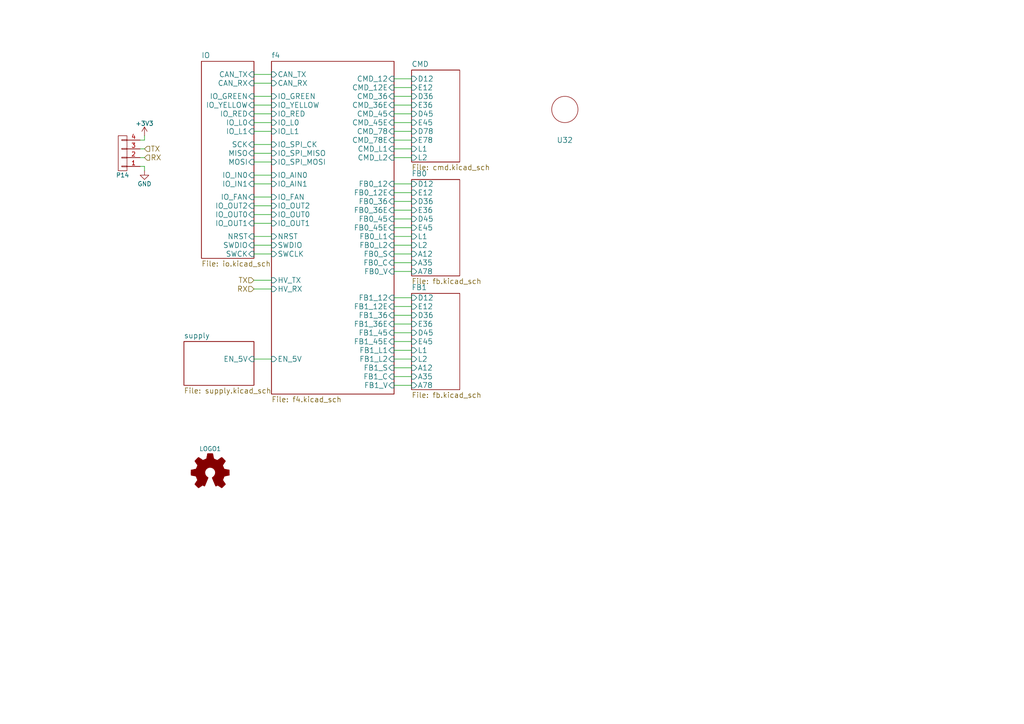
<source format=kicad_sch>
(kicad_sch (version 20211123) (generator eeschema)
  (paper "A4")
  (lib_symbols
    (symbol "stmbl_4.0-rescue:+3.3V-stmbl" (power) (pin_names (offset 0))
      (property "Value" "+3.3V-stmbl" (at 0 3.556 0))
      (symbol "+3.3V-stmbl_0_1"
        (polyline (pts (xy -0.762 1.27) (xy 0 2.54)))
        (polyline (pts (xy 0 0) (xy 0 2.54)))
        (polyline (pts (xy 0 2.54) (xy 0.762 1.27)))
      )
      (symbol "+3.3V-stmbl_1_1"
        (pin power_in line (at 0 0 90) (length 0) hide (name "+3V3") (number "1"))
      )
    )
    (symbol "stmbl_4.0-rescue:CONN_01X04-stmbl" (pin_names (offset 1.016) hide)
      (property "Reference" "P" (at 0 6.35 0))
      (property "Value" "CONN_01X04-stmbl" (at 2.54 0 90))
      (symbol "CONN_01X04-stmbl_0_1"
        (rectangle (start -1.27 -3.683) (end 0.254 -3.937))
        (rectangle (start -1.27 -1.143) (end 0.254 -1.397))
        (rectangle (start -1.27 1.397) (end 0.254 1.143))
        (rectangle (start -1.27 3.937) (end 0.254 3.683))
        (rectangle (start -1.27 5.08) (end 1.27 -5.08))
      )
      (symbol "CONN_01X04-stmbl_1_1"
        (pin passive line (at -5.08 3.81 0) (length 3.81) (name "P1") (number "1"))
        (pin passive line (at -5.08 1.27 0) (length 3.81) (name "P2") (number "2"))
        (pin passive line (at -5.08 -1.27 0) (length 3.81) (name "P3") (number "3"))
        (pin passive line (at -5.08 -3.81 0) (length 3.81) (name "P4") (number "4"))
      )
    )
    (symbol "stmbl_4.0-rescue:GND-stmbl" (power) (pin_names (offset 0))
      (property "Value" "GND-stmbl" (at 0 -3.81 0))
      (symbol "GND-stmbl_0_1"
        (polyline (pts (xy 0 0) (xy 0 -1.27) (xy 1.27 -1.27) (xy 0 -2.54) (xy -1.27 -1.27) (xy 0 -1.27)))
      )
      (symbol "GND-stmbl_1_1"
        (pin power_in line (at 0 0 270) (length 0) hide (name "GND") (number "1"))
      )
    )
    (symbol "stmbl_4.0-rescue:OPEN_HARDWARE_1-stmbl" (pin_names (offset 1.016))
      (property "Reference" "LOGO" (at 0 6.985 0))
      (property "Value" "OPEN_HARDWARE_1-stmbl" (at 0 -5.715 0))
      (symbol "OPEN_HARDWARE_1-stmbl_0_1"
        (polyline (pts (xy 3.3528 -4.3434) (xy 3.302 -4.318) (xy 3.175 -4.2418) (xy 2.9972 -4.1148) (xy 2.7686 -3.9624) (xy 2.54 -3.81) (xy 2.3622 -3.7084) (xy 2.2352 -3.6068) (xy 2.1844 -3.5814) (xy 2.159 -3.6068) (xy 2.0574 -3.6576) (xy 1.905 -3.7338) (xy 1.8034 -3.7846) (xy 1.6764 -3.8354) (xy 1.6002 -3.8354) (xy 1.6002 -3.8354) (xy 1.5494 -3.7338) (xy 1.4732 -3.5306) (xy 1.3462 -3.302) (xy 1.2446 -3.0226) (xy 1.1176 -2.7178) (xy 0.9652 -2.413) (xy 0.8636 -2.1082) (xy 0.7366 -1.8288) (xy 0.6604 -1.6256) (xy 0.6096 -1.4732) (xy 0.5842 -1.397) (xy 0.5842 -1.397) (xy 0.6604 -1.3208) (xy 0.7874 -1.2446) (xy 1.0414 -1.016) (xy 1.2954 -0.6858) (xy 1.4478 -0.3302) (xy 1.524 0.0762) (xy 1.4732 0.4572) (xy 1.3208 0.8128) (xy 1.0668 1.143) (xy 0.762 1.3716) (xy 0.4064 1.524) (xy 0 1.5748) (xy -0.381 1.5494) (xy -0.7366 1.397) (xy -1.0668 1.143) (xy -1.2192 0.9906) (xy -1.397 0.6604) (xy -1.524 0.3048) (xy -1.524 0.2286) (xy -1.4986 -0.1778) (xy -1.397 -0.5334) (xy -1.1938 -0.8636) (xy -0.9144 -1.143) (xy -0.8636 -1.1684) (xy -0.7366 -1.27) (xy -0.635 -1.3462) (xy -0.5842 -1.397) (xy -1.0668 -2.5908) (xy -1.143 -2.794) (xy -1.2954 -3.1242) (xy -1.397 -3.4036) (xy -1.4986 -3.6322) (xy -1.5748 -3.7846) (xy -1.6002 -3.8354) (xy -1.6002 -3.8354) (xy -1.651 -3.8354) (xy -1.7272 -3.81) (xy -1.905 -3.7338) (xy -2.0066 -3.683) (xy -2.1336 -3.6068) (xy -2.2098 -3.5814) (xy -2.2606 -3.6068) (xy -2.3622 -3.683) (xy -2.54 -3.81) (xy -2.7686 -3.9624) (xy -2.9718 -4.0894) (xy -3.1496 -4.2164) (xy -3.302 -4.318) (xy -3.3528 -4.3434) (xy -3.3782 -4.3434) (xy -3.429 -4.318) (xy -3.5306 -4.2164) (xy -3.7084 -4.064) (xy -3.937 -3.8354) (xy -3.9624 -3.81) (xy -4.1656 -3.6068) (xy -4.318 -3.4544) (xy -4.4196 -3.3274) (xy -4.445 -3.2766) (xy -4.445 -3.2766) (xy -4.4196 -3.2258) (xy -4.318 -3.0734) (xy -4.2164 -2.8956) (xy -4.064 -2.667) (xy -3.6576 -2.0828) (xy -3.8862 -1.5494) (xy -3.937 -1.3716) (xy -4.0386 -1.1684) (xy -4.0894 -1.0414) (xy -4.1148 -0.9652) (xy -4.191 -0.9398) (xy -4.318 -0.9144) (xy -4.5466 -0.8636) (xy -4.8006 -0.8128) (xy -5.0546 -0.7874) (xy -5.2578 -0.7366) (xy -5.4356 -0.7112) (xy -5.5118 -0.6858) (xy -5.5118 -0.6858) (xy -5.5372 -0.635) (xy -5.5372 -0.5588) (xy -5.5372 -0.4318) (xy -5.5626 -0.2286) (xy -5.5626 0.0762) (xy -5.5626 0.127) (xy -5.5372 0.4064) (xy -5.5372 0.635) (xy -5.5372 0.762) (xy -5.5372 0.8382) (xy -5.5372 0.8382) (xy -5.461 0.8382) (xy -5.3086 0.889) (xy -5.08 0.9144) (xy -4.826 0.9652) (xy -4.8006 0.9906) (xy -4.5466 1.0414) (xy -4.318 1.0668) (xy -4.1656 1.1176) (xy -4.0894 1.143) (xy -4.0894 1.143) (xy -4.0386 1.2446) (xy -3.9624 1.4224) (xy -3.8608 1.6256) (xy -3.7846 1.8288) (xy -3.7084 2.0066) (xy -3.6576 2.159) (xy -3.6322 2.2098) (xy -3.6322 2.2098) (xy -3.683 2.286) (xy -3.7592 2.413) (xy -3.8862 2.5908) (xy -4.064 2.8194) (xy -4.064 2.8448) (xy -4.2164 3.0734) (xy -4.3434 3.2512) (xy -4.4196 3.3782) (xy -4.445 3.4544) (xy -4.445 3.4544) (xy -4.3942 3.5052) (xy -4.2926 3.6322) (xy -4.1148 3.81) (xy -3.937 4.0132) (xy -3.8608 4.064) (xy -3.6576 4.2926) (xy -3.5052 4.4196) (xy -3.4036 4.4958) (xy -3.3528 4.5212) (xy -3.3528 4.5212) (xy -3.302 4.4704) (xy -3.1496 4.3688) (xy -2.9718 4.2418) (xy -2.7432 4.0894) (xy -2.7178 4.0894) (xy -2.4892 3.937) (xy -2.3114 3.81) (xy -2.1844 3.7084) (xy -2.1336 3.683) (xy -2.1082 3.683) (xy -2.032 3.7084) (xy -1.8542 3.7592) (xy -1.6764 3.8354) (xy -1.4732 3.937) (xy -1.27 4.0132) (xy -1.143 4.064) (xy -1.0668 4.1148) (xy -1.0668 4.1148) (xy -1.0414 4.191) (xy -1.016 4.3434) (xy -0.9652 4.572) (xy -0.9144 4.8514) (xy -0.889 4.9022) (xy -0.8382 5.1562) (xy -0.8128 5.3848) (xy -0.7874 5.5372) (xy -0.762 5.588) (xy -0.7112 5.6134) (xy -0.5842 5.6134) (xy -0.4064 5.6134) (xy -0.1524 5.6134) (xy 0.0762 5.6134) (xy 0.3302 5.6134) (xy 0.5334 5.6134) (xy 0.6858 5.588) (xy 0.7366 5.588) (xy 0.7366 5.588) (xy 0.762 5.5118) (xy 0.8128 5.334) (xy 0.8382 5.1054) (xy 0.9144 4.826) (xy 0.9144 4.7752) (xy 0.9652 4.5212) (xy 1.016 4.2926) (xy 1.0414 4.1402) (xy 1.0668 4.0894) (xy 1.0668 4.0894) (xy 1.1938 4.0386) (xy 1.3716 3.9624) (xy 1.5748 3.8608) (xy 2.0828 3.6576) (xy 2.7178 4.0894) (xy 2.7686 4.1402) (xy 2.9972 4.2926) (xy 3.175 4.4196) (xy 3.302 4.4958) (xy 3.3782 4.5212) (xy 3.3782 4.5212) (xy 3.429 4.4704) (xy 3.556 4.3434) (xy 3.7338 4.191) (xy 3.9116 3.9878) (xy 4.064 3.8354) (xy 4.2418 3.6576) (xy 4.3434 3.556) (xy 4.4196 3.4798) (xy 4.4196 3.429) (xy 4.4196 3.4036) (xy 4.3942 3.3274) (xy 4.2926 3.2004) (xy 4.1656 2.9972) (xy 4.0132 2.794) (xy 3.8862 2.5908) (xy 3.7592 2.3876) (xy 3.6576 2.2352) (xy 3.6322 2.159) (xy 3.6322 2.1336) (xy 3.683 2.0066) (xy 3.7592 1.8288) (xy 3.8608 1.6002) (xy 4.064 1.1176) (xy 4.3942 1.0414) (xy 4.5974 1.016) (xy 4.8768 0.9652) (xy 5.1308 0.9144) (xy 5.5372 0.8382) (xy 5.5626 -0.6604) (xy 5.4864 -0.6858) (xy 5.4356 -0.6858) (xy 5.2832 -0.7366) (xy 5.0546 -0.762) (xy 4.8006 -0.8128) (xy 4.5974 -0.8636) (xy 4.3688 -0.9144) (xy 4.2164 -0.9398) (xy 4.1402 -0.9398) (xy 4.1148 -0.9652) (xy 4.064 -1.0668) (xy 3.9878 -1.2446) (xy 3.9116 -1.4478) (xy 3.81 -1.651) (xy 3.7338 -1.8542) (xy 3.683 -2.0066) (xy 3.6576 -2.0828) (xy 3.683 -2.1336) (xy 3.7846 -2.2606) (xy 3.8862 -2.4638) (xy 4.0386 -2.667) (xy 4.191 -2.8956) (xy 4.318 -3.0734) (xy 4.3942 -3.2004) (xy 4.445 -3.2766) (xy 4.4196 -3.3274) (xy 4.3434 -3.429) (xy 4.1656 -3.5814) (xy 3.937 -3.8354) (xy 3.8862 -3.8608) (xy 3.683 -4.064) (xy 3.5306 -4.2164) (xy 3.4036 -4.318) (xy 3.3528 -4.3434)) (fill (type outline)))
      )
    )
    (symbol "stmbl_4.0-rescue:non_plated-stmbl" (pin_names (offset 1.016))
      (property "Reference" "U" (at 0 -8.89 0))
      (property "Value" "non_plated-stmbl" (at 1.27 6.35 0))
      (symbol "non_plated-stmbl_0_1"
        (circle (center 0 0) (radius 3.81))
      )
    )
  )
  (wire (pts (xy 41.91 39.37) (xy 41.91 40.64)))
  (wire (pts (xy 114.3 78.74) (xy 119.38 78.74)))
  (wire (pts (xy 41.91 43.18) (xy 40.64 43.18)))
  (wire (pts (xy 78.74 35.56) (xy 73.66 35.56)))
  (wire (pts (xy 114.3 88.9) (xy 119.38 88.9)))
  (wire (pts (xy 114.3 99.06) (xy 119.38 99.06)))
  (wire (pts (xy 73.66 62.23) (xy 78.74 62.23)))
  (wire (pts (xy 114.3 91.44) (xy 119.38 91.44)))
  (wire (pts (xy 114.3 53.34) (xy 119.38 53.34)))
  (wire (pts (xy 114.3 45.72) (xy 119.38 45.72)))
  (wire (pts (xy 114.3 27.94) (xy 119.38 27.94)))
  (wire (pts (xy 40.64 48.26) (xy 41.91 48.26)))
  (wire (pts (xy 114.3 58.42) (xy 119.38 58.42)))
  (wire (pts (xy 73.66 41.91) (xy 78.74 41.91)))
  (wire (pts (xy 73.66 68.58) (xy 78.74 68.58)))
  (wire (pts (xy 73.66 57.15) (xy 78.74 57.15)))
  (wire (pts (xy 41.91 48.26) (xy 41.91 49.53)))
  (wire (pts (xy 114.3 38.1) (xy 119.38 38.1)))
  (wire (pts (xy 114.3 30.48) (xy 119.38 30.48)))
  (wire (pts (xy 73.66 73.66) (xy 78.74 73.66)))
  (wire (pts (xy 73.66 59.69) (xy 78.74 59.69)))
  (wire (pts (xy 114.3 22.86) (xy 119.38 22.86)))
  (wire (pts (xy 73.66 83.82) (xy 78.74 83.82)))
  (wire (pts (xy 73.66 38.1) (xy 78.74 38.1)))
  (wire (pts (xy 114.3 101.6) (xy 119.38 101.6)))
  (wire (pts (xy 119.38 106.68) (xy 114.3 106.68)))
  (wire (pts (xy 73.66 27.94) (xy 78.74 27.94)))
  (wire (pts (xy 114.3 104.14) (xy 119.38 104.14)))
  (wire (pts (xy 114.3 43.18) (xy 119.38 43.18)))
  (wire (pts (xy 114.3 93.98) (xy 119.38 93.98)))
  (wire (pts (xy 114.3 109.22) (xy 119.38 109.22)))
  (wire (pts (xy 73.66 81.28) (xy 78.74 81.28)))
  (wire (pts (xy 73.66 104.14) (xy 78.74 104.14)))
  (wire (pts (xy 78.74 30.48) (xy 73.66 30.48)))
  (wire (pts (xy 78.74 44.45) (xy 73.66 44.45)))
  (wire (pts (xy 114.3 35.56) (xy 119.38 35.56)))
  (wire (pts (xy 114.3 68.58) (xy 119.38 68.58)))
  (wire (pts (xy 114.3 40.64) (xy 119.38 40.64)))
  (wire (pts (xy 78.74 50.8) (xy 73.66 50.8)))
  (wire (pts (xy 114.3 66.04) (xy 119.38 66.04)))
  (wire (pts (xy 73.66 71.12) (xy 78.74 71.12)))
  (wire (pts (xy 114.3 33.02) (xy 119.38 33.02)))
  (wire (pts (xy 73.66 53.34) (xy 78.74 53.34)))
  (wire (pts (xy 114.3 111.76) (xy 119.38 111.76)))
  (wire (pts (xy 73.66 33.02) (xy 78.74 33.02)))
  (wire (pts (xy 114.3 25.4) (xy 119.38 25.4)))
  (wire (pts (xy 114.3 71.12) (xy 119.38 71.12)))
  (wire (pts (xy 114.3 86.36) (xy 119.38 86.36)))
  (wire (pts (xy 114.3 73.66) (xy 119.38 73.66)))
  (wire (pts (xy 40.64 45.72) (xy 41.91 45.72)))
  (wire (pts (xy 73.66 64.77) (xy 78.74 64.77)))
  (wire (pts (xy 114.3 96.52) (xy 119.38 96.52)))
  (wire (pts (xy 114.3 55.88) (xy 119.38 55.88)))
  (wire (pts (xy 73.66 46.99) (xy 78.74 46.99)))
  (wire (pts (xy 73.66 21.59) (xy 78.74 21.59)))
  (wire (pts (xy 114.3 76.2) (xy 119.38 76.2)))
  (wire (pts (xy 73.66 24.13) (xy 78.74 24.13)))
  (wire (pts (xy 114.3 63.5) (xy 119.38 63.5)))
  (wire (pts (xy 114.3 60.96) (xy 119.38 60.96)))
  (wire (pts (xy 41.91 40.64) (xy 40.64 40.64)))
  (hierarchical_label "TX" (shape input) (at 73.66 81.28 180) (effects (font (size 1.524 1.524))))
  (hierarchical_label "TX" (shape input) (at 41.91 43.18 0) (effects (font (size 1.524 1.524))))
  (hierarchical_label "RX" (shape input) (at 41.91 45.72 0) (effects (font (size 1.524 1.524))))
  (hierarchical_label "RX" (shape input) (at 73.66 83.82 180) (effects (font (size 1.524 1.524))))
  (symbol (lib_id "stmbl_4.0-rescue:+3.3V-stmbl") (at 41.91 39.37 0) (mirror y) (unit 1)
    (property "Reference" "#PWR070" (effects hide))
  )
  (symbol (lib_id "stmbl_4.0-rescue:GND-stmbl") (at 41.91 49.53 0) (unit 1)
    (property "Reference" "#PWR071" (effects hide))
  )
  (symbol (lib_id "stmbl_4.0-rescue:CONN_01X04-stmbl") (at 35.56 44.45 180) (unit 1)
    (property "Reference" "P14" (at 35.56 50.8 0))
    (property "Manufacturer No" "901210764" (effects hide))
    (property "Voltage" " " (effects hide))
    (property "Source" " " (effects hide))
    (property "Manufacturer" "Molex" (effects hide))
  )
  (symbol (lib_id "stmbl_4.0-rescue:non_plated-stmbl") (at 163.83 31.75 0) (unit 1)
    (property "Reference" "U32" (at 163.83 40.64 0) (effects (font (size 1.524 1.524))))
  )
  (symbol (lib_id "stmbl_4.0-rescue:OPEN_HARDWARE_1-stmbl") (at 60.96 137.16 0) (unit 1)
    (property "Reference" "LOGO1" (at 60.96 130.175 0))
  )
  (sheet (at 78.74 17.78) (size 35.56 96.52)
    (property "Sheet name" "f4" (at 78.74 16.9414 0) (effects (font (size 1.524 1.524)) (justify left bottom)))
    (property "Sheet file" "f4.kicad_sch" (at 78.74 114.9862 0) (effects (font (size 1.524 1.524)) (justify left top)))
    (pin "CMD_12" input (at 114.3 22.86 0) (effects (font (size 1.524 1.524))))
    (pin "CMD_36" input (at 114.3 27.94 0) (effects (font (size 1.524 1.524))))
    (pin "CMD_45" input (at 114.3 33.02 0) (effects (font (size 1.524 1.524))))
    (pin "FB0_12" input (at 114.3 53.34 0) (effects (font (size 1.524 1.524))))
    (pin "FB0_36" input (at 114.3 58.42 0) (effects (font (size 1.524 1.524))))
    (pin "FB0_45" input (at 114.3 63.5 0) (effects (font (size 1.524 1.524))))
    (pin "FB1_12" input (at 114.3 86.36 0) (effects (font (size 1.524 1.524))))
    (pin "FB1_36" input (at 114.3 91.44 0) (effects (font (size 1.524 1.524))))
    (pin "FB1_45" input (at 114.3 96.52 0) (effects (font (size 1.524 1.524))))
    (pin "HV_TX" input (at 78.74 81.28 180) (effects (font (size 1.524 1.524))))
    (pin "HV_RX" input (at 78.74 83.82 180) (effects (font (size 1.524 1.524))))
    (pin "CAN_RX" input (at 78.74 24.13 180) (effects (font (size 1.524 1.524))))
    (pin "CMD_78" input (at 114.3 38.1 0) (effects (font (size 1.524 1.524))))
    (pin "CMD_36E" input (at 114.3 30.48 0) (effects (font (size 1.524 1.524))))
    (pin "CMD_45E" input (at 114.3 35.56 0) (effects (font (size 1.524 1.524))))
    (pin "CMD_78E" input (at 114.3 40.64 0) (effects (font (size 1.524 1.524))))
    (pin "CMD_12E" input (at 114.3 25.4 0) (effects (font (size 1.524 1.524))))
    (pin "FB0_12E" input (at 114.3 55.88 0) (effects (font (size 1.524 1.524))))
    (pin "FB0_36E" input (at 114.3 60.96 0) (effects (font (size 1.524 1.524))))
    (pin "FB0_45E" input (at 114.3 66.04 0) (effects (font (size 1.524 1.524))))
    (pin "FB1_12E" input (at 114.3 88.9 0) (effects (font (size 1.524 1.524))))
    (pin "FB1_36E" input (at 114.3 93.98 0) (effects (font (size 1.524 1.524))))
    (pin "FB1_45E" input (at 114.3 99.06 0) (effects (font (size 1.524 1.524))))
    (pin "CMD_L1" input (at 114.3 43.18 0) (effects (font (size 1.524 1.524))))
    (pin "CMD_L2" input (at 114.3 45.72 0) (effects (font (size 1.524 1.524))))
    (pin "FB0_L1" input (at 114.3 68.58 0) (effects (font (size 1.524 1.524))))
    (pin "FB0_L2" input (at 114.3 71.12 0) (effects (font (size 1.524 1.524))))
    (pin "FB1_L1" input (at 114.3 101.6 0) (effects (font (size 1.524 1.524))))
    (pin "FB1_L2" input (at 114.3 104.14 0) (effects (font (size 1.524 1.524))))
    (pin "FB0_S" input (at 114.3 73.66 0) (effects (font (size 1.524 1.524))))
    (pin "FB1_S" input (at 114.3 106.68 0) (effects (font (size 1.524 1.524))))
    (pin "FB0_C" input (at 114.3 76.2 0) (effects (font (size 1.524 1.524))))
    (pin "FB1_C" input (at 114.3 109.22 0) (effects (font (size 1.524 1.524))))
    (pin "CAN_TX" input (at 78.74 21.59 180) (effects (font (size 1.524 1.524))))
    (pin "SWDIO" input (at 78.74 71.12 180) (effects (font (size 1.524 1.524))))
    (pin "SWCLK" input (at 78.74 73.66 180) (effects (font (size 1.524 1.524))))
    (pin "NRST" input (at 78.74 68.58 180) (effects (font (size 1.524 1.524))))
    (pin "IO_FAN" input (at 78.74 57.15 180) (effects (font (size 1.524 1.524))))
    (pin "IO_OUT2" input (at 78.74 59.69 180) (effects (font (size 1.524 1.524))))
    (pin "IO_OUT0" input (at 78.74 62.23 180) (effects (font (size 1.524 1.524))))
    (pin "IO_OUT1" input (at 78.74 64.77 180) (effects (font (size 1.524 1.524))))
    (pin "IO_SPI_MISO" input (at 78.74 44.45 180) (effects (font (size 1.524 1.524))))
    (pin "IO_SPI_CK" input (at 78.74 41.91 180) (effects (font (size 1.524 1.524))))
    (pin "IO_SPI_MOSI" input (at 78.74 46.99 180) (effects (font (size 1.524 1.524))))
    (pin "FB0_V" input (at 114.3 78.74 0) (effects (font (size 1.524 1.524))))
    (pin "FB1_V" input (at 114.3 111.76 0) (effects (font (size 1.524 1.524))))
    (pin "IO_AIN0" input (at 78.74 50.8 180) (effects (font (size 1.524 1.524))))
    (pin "IO_AIN1" input (at 78.74 53.34 180) (effects (font (size 1.524 1.524))))
    (pin "EN_5V" input (at 78.74 104.14 180) (effects (font (size 1.524 1.524))))
    (pin "IO_L0" input (at 78.74 35.56 180) (effects (font (size 1.524 1.524))))
    (pin "IO_L1" input (at 78.74 38.1 180) (effects (font (size 1.524 1.524))))
    (pin "IO_GREEN" input (at 78.74 27.94 180) (effects (font (size 1.524 1.524))))
    (pin "IO_YELLOW" input (at 78.74 30.48 180) (effects (font (size 1.524 1.524))))
    (pin "IO_RED" input (at 78.74 33.02 180) (effects (font (size 1.524 1.524))))
  )
  (sheet (at 53.34 99.06) (size 20.32 12.7)
    (property "Sheet name" "supply" (at 53.34 98.2214 0) (effects (font (size 1.524 1.524)) (justify left bottom)))
    (property "Sheet file" "supply.kicad_sch" (at 53.34 112.4462 0) (effects (font (size 1.524 1.524)) (justify left top)))
    (pin "EN_5V" input (at 73.66 104.14 0) (effects (font (size 1.524 1.524))))
  )
  (sheet (at 119.38 20.32) (size 13.97 26.67)
    (property "Sheet name" "CMD" (at 119.38 19.4814 0) (effects (font (size 1.524 1.524)) (justify left bottom)))
    (property "Sheet file" "cmd.kicad_sch" (at 119.38 47.6762 0) (effects (font (size 1.524 1.524)) (justify left top)))
    (pin "D12" input (at 119.38 22.86 180) (effects (font (size 1.524 1.524))))
    (pin "E12" input (at 119.38 25.4 180) (effects (font (size 1.524 1.524))))
    (pin "D36" input (at 119.38 27.94 180) (effects (font (size 1.524 1.524))))
    (pin "E36" input (at 119.38 30.48 180) (effects (font (size 1.524 1.524))))
    (pin "D45" input (at 119.38 33.02 180) (effects (font (size 1.524 1.524))))
    (pin "E45" input (at 119.38 35.56 180) (effects (font (size 1.524 1.524))))
    (pin "D78" input (at 119.38 38.1 180) (effects (font (size 1.524 1.524))))
    (pin "E78" input (at 119.38 40.64 180) (effects (font (size 1.524 1.524))))
    (pin "L1" input (at 119.38 43.18 180) (effects (font (size 1.524 1.524))))
    (pin "L2" input (at 119.38 45.72 180) (effects (font (size 1.524 1.524))))
  )
  (sheet (at 119.38 52.07) (size 13.97 27.94)
    (property "Sheet name" "FB0" (at 119.38 51.2314 0) (effects (font (size 1.524 1.524)) (justify left bottom)))
    (property "Sheet file" "fb.kicad_sch" (at 119.38 80.6962 0) (effects (font (size 1.524 1.524)) (justify left top)))
    (pin "D12" input (at 119.38 53.34 180) (effects (font (size 1.524 1.524))))
    (pin "E12" input (at 119.38 55.88 180) (effects (font (size 1.524 1.524))))
    (pin "D36" input (at 119.38 58.42 180) (effects (font (size 1.524 1.524))))
    (pin "E36" input (at 119.38 60.96 180) (effects (font (size 1.524 1.524))))
    (pin "D45" input (at 119.38 63.5 180) (effects (font (size 1.524 1.524))))
    (pin "E45" input (at 119.38 66.04 180) (effects (font (size 1.524 1.524))))
    (pin "L1" input (at 119.38 68.58 180) (effects (font (size 1.524 1.524))))
    (pin "L2" input (at 119.38 71.12 180) (effects (font (size 1.524 1.524))))
    (pin "A12" input (at 119.38 73.66 180) (effects (font (size 1.524 1.524))))
    (pin "A35" input (at 119.38 76.2 180) (effects (font (size 1.524 1.524))))
    (pin "A78" input (at 119.38 78.74 180) (effects (font (size 1.524 1.524))))
  )
  (sheet (at 58.42 17.78) (size 15.24 57.15)
    (property "Sheet name" "IO" (at 58.42 16.9414 0) (effects (font (size 1.524 1.524)) (justify left bottom)))
    (property "Sheet file" "io.kicad_sch" (at 58.42 75.6162 0) (effects (font (size 1.524 1.524)) (justify left top)))
    (pin "CAN_TX" input (at 73.66 21.59 0) (effects (font (size 1.524 1.524))))
    (pin "CAN_RX" input (at 73.66 24.13 0) (effects (font (size 1.524 1.524))))
    (pin "IO_FAN" input (at 73.66 57.15 0) (effects (font (size 1.524 1.524))))
    (pin "IO_OUT2" input (at 73.66 59.69 0) (effects (font (size 1.524 1.524))))
    (pin "IO_OUT0" input (at 73.66 62.23 0) (effects (font (size 1.524 1.524))))
    (pin "IO_OUT1" input (at 73.66 64.77 0) (effects (font (size 1.524 1.524))))
    (pin "IO_IN0" input (at 73.66 50.8 0) (effects (font (size 1.524 1.524))))
    (pin "IO_IN1" input (at 73.66 53.34 0) (effects (font (size 1.524 1.524))))
    (pin "MISO" input (at 73.66 44.45 0) (effects (font (size 1.524 1.524))))
    (pin "MOSI" input (at 73.66 46.99 0) (effects (font (size 1.524 1.524))))
    (pin "SCK" input (at 73.66 41.91 0) (effects (font (size 1.524 1.524))))
    (pin "NRST" input (at 73.66 68.58 0) (effects (font (size 1.524 1.524))))
    (pin "SWDIO" input (at 73.66 71.12 0) (effects (font (size 1.524 1.524))))
    (pin "SWCK" input (at 73.66 73.66 0) (effects (font (size 1.524 1.524))))
    (pin "IO_L0" input (at 73.66 35.56 0) (effects (font (size 1.524 1.524))))
    (pin "IO_L1" input (at 73.66 38.1 0) (effects (font (size 1.524 1.524))))
    (pin "IO_GREEN" input (at 73.66 27.94 0) (effects (font (size 1.524 1.524))))
    (pin "IO_YELLOW" input (at 73.66 30.48 0) (effects (font (size 1.524 1.524))))
    (pin "IO_RED" input (at 73.66 33.02 0) (effects (font (size 1.524 1.524))))
  )
  (sheet (at 119.38 85.09) (size 13.97 27.94)
    (property "Sheet name" "FB1" (at 119.38 84.2514 0) (effects (font (size 1.524 1.524)) (justify left bottom)))
    (property "Sheet file" "fb.kicad_sch" (at 119.38 113.7162 0) (effects (font (size 1.524 1.524)) (justify left top)))
    (pin "D12" input (at 119.38 86.36 180) (effects (font (size 1.524 1.524))))
    (pin "E12" input (at 119.38 88.9 180) (effects (font (size 1.524 1.524))))
    (pin "D36" input (at 119.38 91.44 180) (effects (font (size 1.524 1.524))))
    (pin "E36" input (at 119.38 93.98 180) (effects (font (size 1.524 1.524))))
    (pin "D45" input (at 119.38 96.52 180) (effects (font (size 1.524 1.524))))
    (pin "E45" input (at 119.38 99.06 180) (effects (font (size 1.524 1.524))))
    (pin "L1" input (at 119.38 101.6 180) (effects (font (size 1.524 1.524))))
    (pin "L2" input (at 119.38 104.14 180) (effects (font (size 1.524 1.524))))
    (pin "A12" input (at 119.38 106.68 180) (effects (font (size 1.524 1.524))))
    (pin "A35" input (at 119.38 109.22 180) (effects (font (size 1.524 1.524))))
    (pin "A78" input (at 119.38 111.76 180) (effects (font (size 1.524 1.524))))
  )
)
</source>
